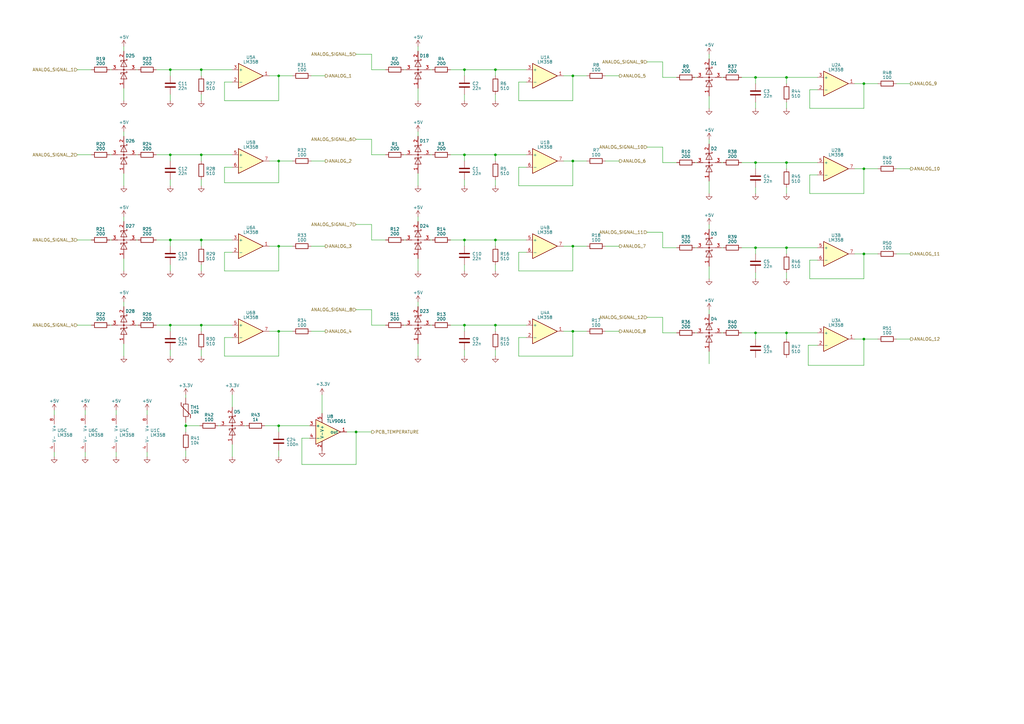
<source format=kicad_sch>
(kicad_sch (version 20230121) (generator eeschema)
  (paper "A3")
  (title_block (title "VEHICLE MEASURING UNIT (VMU)") (rev "2.0") (company "KTH FORMULA STUDENT") (comment 1 "DeV17/DeV18") (comment 2 "FILIP SVEBECK") (comment 3 "FSVEBECK@KTH.SE"))
  (junction (at 146.05 177.165))
  (junction (at 234.95 31.115))
  (junction (at 234.95 135.89))
  (junction (at 69.85 133.35))
  (junction (at 190.5 133.35))
  (junction (at 203.2 133.35))
  (junction (at 203.2 28.575))
  (junction (at 309.88 136.525))
  (junction (at 114.3 100.965))
  (junction (at 114.3 135.89))
  (junction (at 203.2 63.5))
  (junction (at 309.88 31.75))
  (junction (at 82.55 63.5))
  (junction (at 190.5 63.5))
  (junction (at 114.3 174.625))
  (junction (at 82.55 28.575))
  (junction (at 354.33 69.215))
  (junction (at 190.5 28.575))
  (junction (at 234.95 66.04))
  (junction (at 322.58 136.525))
  (junction (at 69.85 28.575))
  (junction (at 354.33 34.29))
  (junction (at 82.55 133.35))
  (junction (at 82.55 98.425))
  (junction (at 309.88 66.675))
  (junction (at 114.3 66.04))
  (junction (at 234.95 100.965))
  (junction (at 203.2 98.425))
  (junction (at 354.33 104.14))
  (junction (at 322.58 101.6))
  (junction (at 69.85 98.425))
  (junction (at 309.88 101.6))
  (junction (at 322.58 66.675))
  (junction (at 76.2 174.625))
  (junction (at 190.5 98.425))
  (junction (at 69.85 63.5))
  (junction (at 322.58 31.75))
  (junction (at 114.3 31.115))
  (junction (at 354.33 139.065))
  (wire (pts (xy 152.4 133.35) (xy 152.4 127)))
  (wire (pts (xy 171.45 36.195) (xy 171.45 41.275)))
  (wire (pts (xy 332.105 71.755) (xy 332.105 79.375)))
  (wire (pts (xy 114.3 174.625) (xy 108.585 174.625)))
  (wire (pts (xy 158.115 133.35) (xy 152.4 133.35)))
  (wire (pts (xy 215.9 138.43) (xy 212.725 138.43)))
  (wire (pts (xy 290.83 59.055) (xy 290.83 57.15)))
  (wire (pts (xy 290.83 24.13) (xy 290.83 22.225)))
  (wire (pts (xy 177.165 133.35) (xy 176.53 133.35)))
  (wire (pts (xy 69.85 63.5) (xy 82.55 63.5)))
  (wire (pts (xy 290.83 74.295) (xy 290.83 79.375)))
  (wire (pts (xy 171.45 140.97) (xy 171.45 146.05)))
  (wire (pts (xy 240.665 100.965) (xy 234.95 100.965)))
  (wire (pts (xy 309.88 66.675) (xy 309.88 69.215)))
  (wire (pts (xy 335.28 141.605) (xy 331.47 141.605)))
  (wire (pts (xy 212.725 111.125) (xy 234.95 111.125)))
  (wire (pts (xy 152.4 22.225) (xy 146.05 22.225)))
  (wire (pts (xy 203.2 133.35) (xy 203.2 135.89)))
  (wire (pts (xy 45.72 98.425) (xy 45.085 98.425)))
  (wire (pts (xy 55.88 28.575) (xy 56.515 28.575)))
  (wire (pts (xy 82.55 28.575) (xy 82.55 31.115)))
  (wire (pts (xy 146.05 177.165) (xy 146.05 190.5)))
  (wire (pts (xy 322.58 76.835) (xy 322.58 79.375)))
  (wire (pts (xy 203.2 133.35) (xy 190.5 133.35)))
  (wire (pts (xy 234.95 66.04) (xy 231.14 66.04)))
  (wire (pts (xy 76.2 173.355) (xy 76.2 174.625)))
  (wire (pts (xy 50.8 36.195) (xy 50.8 41.275)))
  (wire (pts (xy 290.83 144.145) (xy 290.83 149.225)))
  (wire (pts (xy 69.85 28.575) (xy 64.135 28.575)))
  (wire (pts (xy 171.45 106.045) (xy 171.45 111.125)))
  (wire (pts (xy 322.58 111.76) (xy 322.58 114.3)))
  (wire (pts (xy 290.83 127) (xy 290.83 128.905)))
  (wire (pts (xy 69.85 98.425) (xy 64.135 98.425)))
  (wire (pts (xy 295.91 66.675) (xy 296.545 66.675)))
  (wire (pts (xy 203.2 38.735) (xy 203.2 41.275)))
  (wire (pts (xy 92.075 41.275) (xy 114.3 41.275)))
  (wire (pts (xy 360.045 104.14) (xy 354.33 104.14)))
  (wire (pts (xy 176.53 63.5) (xy 177.165 63.5)))
  (wire (pts (xy 166.37 98.425) (xy 165.735 98.425)))
  (wire (pts (xy 165.735 63.5) (xy 166.37 63.5)))
  (wire (pts (xy 285.75 101.6) (xy 285.115 101.6)))
  (wire (pts (xy 50.8 125.73) (xy 50.8 123.825)))
  (wire (pts (xy 34.925 170.18) (xy 34.925 168.275)))
  (wire (pts (xy 322.58 41.91) (xy 322.58 44.45)))
  (wire (pts (xy 309.88 136.525) (xy 309.88 139.065)))
  (wire (pts (xy 76.2 174.625) (xy 76.2 177.165)))
  (wire (pts (xy 295.91 31.75) (xy 296.545 31.75)))
  (wire (pts (xy 95.25 68.58) (xy 92.075 68.58)))
  (wire (pts (xy 248.285 135.89) (xy 254 135.89)))
  (wire (pts (xy 114.3 135.89) (xy 110.49 135.89)))
  (wire (pts (xy 133.35 31.115) (xy 127.635 31.115)))
  (wire (pts (xy 309.88 111.76) (xy 309.88 114.3)))
  (wire (pts (xy 332.105 79.375) (xy 354.33 79.375)))
  (wire (pts (xy 127.635 100.965) (xy 133.35 100.965)))
  (wire (pts (xy 166.37 133.35) (xy 165.735 133.35)))
  (wire (pts (xy 120.015 31.115) (xy 114.3 31.115)))
  (wire (pts (xy 152.4 127) (xy 146.05 127)))
  (wire (pts (xy 215.9 98.425) (xy 203.2 98.425)))
  (wire (pts (xy 127 174.625) (xy 114.3 174.625)))
  (wire (pts (xy 50.8 111.125) (xy 50.8 106.045)))
  (wire (pts (xy 127 179.705) (xy 123.825 179.705)))
  (wire (pts (xy 240.665 66.04) (xy 234.95 66.04)))
  (wire (pts (xy 69.85 31.115) (xy 69.85 28.575)))
  (wire (pts (xy 34.925 185.42) (xy 34.925 187.325)))
  (wire (pts (xy 234.95 41.275) (xy 234.95 31.115)))
  (wire (pts (xy 271.78 95.25) (xy 271.78 101.6)))
  (wire (pts (xy 285.115 66.675) (xy 285.75 66.675)))
  (wire (pts (xy 231.14 135.89) (xy 234.95 135.89)))
  (wire (pts (xy 367.665 34.29) (xy 373.38 34.29)))
  (wire (pts (xy 69.85 108.585) (xy 69.85 111.125)))
  (wire (pts (xy 95.25 187.325) (xy 95.25 182.245)))
  (wire (pts (xy 171.45 90.805) (xy 171.45 88.9)))
  (wire (pts (xy 350.52 139.065) (xy 354.33 139.065)))
  (wire (pts (xy 92.075 146.05) (xy 114.3 146.05)))
  (wire (pts (xy 309.88 41.91) (xy 309.88 44.45)))
  (wire (pts (xy 190.5 28.575) (xy 190.5 31.115)))
  (wire (pts (xy 69.85 98.425) (xy 82.55 98.425)))
  (wire (pts (xy 92.075 138.43) (xy 92.075 146.05)))
  (wire (pts (xy 332.105 44.45) (xy 354.33 44.45)))
  (wire (pts (xy 212.725 138.43) (xy 212.725 146.05)))
  (wire (pts (xy 92.075 111.125) (xy 114.3 111.125)))
  (wire (pts (xy 82.55 108.585) (xy 82.55 111.125)))
  (wire (pts (xy 322.58 136.525) (xy 309.88 136.525)))
  (wire (pts (xy 203.2 100.965) (xy 203.2 98.425)))
  (wire (pts (xy 123.825 190.5) (xy 146.05 190.5)))
  (wire (pts (xy 360.045 69.215) (xy 354.33 69.215)))
  (wire (pts (xy 309.88 76.835) (xy 309.88 79.375)))
  (wire (pts (xy 248.285 31.115) (xy 254 31.115)))
  (wire (pts (xy 212.725 33.655) (xy 212.725 41.275)))
  (wire (pts (xy 56.515 98.425) (xy 55.88 98.425)))
  (wire (pts (xy 114.3 187.325) (xy 114.3 184.785)))
  (wire (pts (xy 290.83 39.37) (xy 290.83 44.45)))
  (wire (pts (xy 152.4 63.5) (xy 158.115 63.5)))
  (wire (pts (xy 296.545 136.525) (xy 295.91 136.525)))
  (wire (pts (xy 82.55 135.89) (xy 82.55 133.35)))
  (wire (pts (xy 69.85 28.575) (xy 82.55 28.575)))
  (wire (pts (xy 354.33 44.45) (xy 354.33 34.29)))
  (wire (pts (xy 82.55 98.425) (xy 82.55 100.965)))
  (wire (pts (xy 322.58 104.14) (xy 322.58 101.6)))
  (wire (pts (xy 114.3 177.165) (xy 114.3 174.625)))
  (wire (pts (xy 212.725 41.275) (xy 234.95 41.275)))
  (wire (pts (xy 56.515 63.5) (xy 55.88 63.5)))
  (wire (pts (xy 176.53 98.425) (xy 177.165 98.425)))
  (wire (pts (xy 22.225 187.325) (xy 22.225 185.42)))
  (wire (pts (xy 190.5 73.66) (xy 190.5 76.2)))
  (wire (pts (xy 146.05 92.075) (xy 152.4 92.075)))
  (wire (pts (xy 184.785 63.5) (xy 190.5 63.5)))
  (wire (pts (xy 335.28 36.83) (xy 332.105 36.83)))
  (wire (pts (xy 215.9 133.35) (xy 203.2 133.35)))
  (wire (pts (xy 190.5 28.575) (xy 203.2 28.575)))
  (wire (pts (xy 234.95 135.89) (xy 240.665 135.89)))
  (wire (pts (xy 69.85 146.05) (xy 69.85 143.51)))
  (wire (pts (xy 171.45 55.88) (xy 171.45 53.975)))
  (wire (pts (xy 271.78 31.75) (xy 271.78 25.4)))
  (wire (pts (xy 271.78 25.4) (xy 265.43 25.4)))
  (wire (pts (xy 335.28 106.68) (xy 332.105 106.68)))
  (wire (pts (xy 190.5 133.35) (xy 184.785 133.35)))
  (wire (pts (xy 60.325 187.325) (xy 60.325 185.42)))
  (wire (pts (xy 37.465 133.35) (xy 31.75 133.35)))
  (wire (pts (xy 335.28 101.6) (xy 322.58 101.6)))
  (wire (pts (xy 95.25 98.425) (xy 82.55 98.425)))
  (wire (pts (xy 152.4 28.575) (xy 158.115 28.575)))
  (wire (pts (xy 254 66.04) (xy 248.285 66.04)))
  (wire (pts (xy 76.2 174.625) (xy 81.915 174.625)))
  (wire (pts (xy 234.95 111.125) (xy 234.95 100.965)))
  (wire (pts (xy 240.665 31.115) (xy 234.95 31.115)))
  (wire (pts (xy 152.4 57.15) (xy 152.4 63.5)))
  (wire (pts (xy 212.725 103.505) (xy 212.725 111.125)))
  (wire (pts (xy 335.28 31.75) (xy 322.58 31.75)))
  (wire (pts (xy 152.4 92.075) (xy 152.4 98.425)))
  (wire (pts (xy 47.625 187.325) (xy 47.625 185.42)))
  (wire (pts (xy 215.9 63.5) (xy 203.2 63.5)))
  (wire (pts (xy 271.78 130.175) (xy 265.43 130.175)))
  (wire (pts (xy 82.55 146.05) (xy 82.55 143.51)))
  (wire (pts (xy 132.08 161.925) (xy 132.08 169.545)))
  (wire (pts (xy 146.05 57.15) (xy 152.4 57.15)))
  (wire (pts (xy 22.225 170.18) (xy 22.225 168.275)))
  (wire (pts (xy 215.9 33.655) (xy 212.725 33.655)))
  (wire (pts (xy 45.085 133.35) (xy 45.72 133.35)))
  (wire (pts (xy 100.965 174.625) (xy 100.33 174.625)))
  (wire (pts (xy 50.8 76.2) (xy 50.8 71.12)))
  (wire (pts (xy 322.58 101.6) (xy 309.88 101.6)))
  (wire (pts (xy 92.075 68.58) (xy 92.075 74.93)))
  (wire (pts (xy 335.28 136.525) (xy 322.58 136.525)))
  (wire (pts (xy 133.35 66.04) (xy 127.635 66.04)))
  (wire (pts (xy 354.33 79.375) (xy 354.33 69.215)))
  (wire (pts (xy 171.45 123.825) (xy 171.45 125.73)))
  (wire (pts (xy 114.3 100.965) (xy 120.015 100.965)))
  (wire (pts (xy 114.3 146.05) (xy 114.3 135.89)))
  (wire (pts (xy 271.78 31.75) (xy 277.495 31.75)))
  (wire (pts (xy 360.045 34.29) (xy 354.33 34.29)))
  (wire (pts (xy 110.49 66.04) (xy 114.3 66.04)))
  (wire (pts (xy 331.47 149.86) (xy 354.33 149.86)))
  (wire (pts (xy 95.25 63.5) (xy 82.55 63.5)))
  (wire (pts (xy 31.75 63.5) (xy 37.465 63.5)))
  (wire (pts (xy 271.78 60.325) (xy 271.78 66.675)))
  (wire (pts (xy 95.25 138.43) (xy 92.075 138.43)))
  (wire (pts (xy 290.83 109.22) (xy 290.83 114.3)))
  (wire (pts (xy 171.45 71.12) (xy 171.45 76.2)))
  (wire (pts (xy 82.55 133.35) (xy 69.85 133.35)))
  (wire (pts (xy 55.88 133.35) (xy 56.515 133.35)))
  (wire (pts (xy 215.9 103.505) (xy 212.725 103.505)))
  (wire (pts (xy 50.8 55.88) (xy 50.8 53.975)))
  (wire (pts (xy 95.25 33.655) (xy 92.075 33.655)))
  (wire (pts (xy 190.5 38.735) (xy 190.5 41.275)))
  (wire (pts (xy 354.33 104.14) (xy 350.52 104.14)))
  (wire (pts (xy 304.165 31.75) (xy 309.88 31.75)))
  (wire (pts (xy 304.165 66.675) (xy 309.88 66.675)))
  (wire (pts (xy 123.825 179.705) (xy 123.825 190.5)))
  (wire (pts (xy 190.5 63.5) (xy 190.5 66.04)))
  (wire (pts (xy 234.95 100.965) (xy 231.14 100.965)))
  (wire (pts (xy 190.5 108.585) (xy 190.5 111.125)))
  (wire (pts (xy 331.47 141.605) (xy 331.47 149.86)))
  (wire (pts (xy 69.85 63.5) (xy 64.135 63.5)))
  (wire (pts (xy 234.95 76.2) (xy 234.95 66.04)))
  (wire (pts (xy 203.2 146.05) (xy 203.2 143.51)))
  (wire (pts (xy 114.3 41.275) (xy 114.3 31.115)))
  (wire (pts (xy 165.735 28.575) (xy 166.37 28.575)))
  (wire (pts (xy 354.33 34.29) (xy 350.52 34.29)))
  (wire (pts (xy 322.58 31.75) (xy 322.58 34.29)))
  (wire (pts (xy 215.9 68.58) (xy 212.725 68.58)))
  (wire (pts (xy 234.95 146.05) (xy 234.95 135.89)))
  (wire (pts (xy 277.495 136.525) (xy 271.78 136.525)))
  (wire (pts (xy 50.8 146.05) (xy 50.8 140.97)))
  (wire (pts (xy 367.665 139.065) (xy 373.38 139.065)))
  (wire (pts (xy 335.28 71.755) (xy 332.105 71.755)))
  (wire (pts (xy 90.17 174.625) (xy 89.535 174.625)))
  (wire (pts (xy 295.91 101.6) (xy 296.545 101.6)))
  (wire (pts (xy 190.5 133.35) (xy 190.5 135.89)))
  (wire (pts (xy 114.3 66.04) (xy 120.015 66.04)))
  (wire (pts (xy 114.3 111.125) (xy 114.3 100.965)))
  (wire (pts (xy 47.625 170.18) (xy 47.625 168.275)))
  (wire (pts (xy 114.3 31.115) (xy 110.49 31.115)))
  (wire (pts (xy 133.35 135.89) (xy 127.635 135.89)))
  (wire (pts (xy 95.25 103.505) (xy 92.075 103.505)))
  (wire (pts (xy 45.72 28.575) (xy 45.085 28.575)))
  (wire (pts (xy 203.2 66.04) (xy 203.2 63.5)))
  (wire (pts (xy 234.95 31.115) (xy 231.14 31.115)))
  (wire (pts (xy 142.24 177.165) (xy 146.05 177.165)))
  (wire (pts (xy 309.88 31.75) (xy 322.58 31.75)))
  (wire (pts (xy 285.115 31.75) (xy 285.75 31.75)))
  (wire (pts (xy 265.43 60.325) (xy 271.78 60.325)))
  (wire (pts (xy 203.2 98.425) (xy 190.5 98.425)))
  (wire (pts (xy 152.4 28.575) (xy 152.4 22.225)))
  (wire (pts (xy 203.2 73.66) (xy 203.2 76.2)))
  (wire (pts (xy 60.325 170.18) (xy 60.325 168.275)))
  (wire (pts (xy 82.55 63.5) (xy 82.55 66.04)))
  (wire (pts (xy 309.88 101.6) (xy 309.88 104.14)))
  (wire (pts (xy 82.55 41.275) (xy 82.55 38.735)))
  (wire (pts (xy 95.25 161.925) (xy 95.25 167.005)))
  (wire (pts (xy 285.75 136.525) (xy 285.115 136.525)))
  (wire (pts (xy 69.85 100.965) (xy 69.85 98.425)))
  (wire (pts (xy 50.8 90.805) (xy 50.8 88.9)))
  (wire (pts (xy 332.105 106.68) (xy 332.105 114.3)))
  (wire (pts (xy 171.45 20.955) (xy 171.45 19.05)))
  (wire (pts (xy 69.85 66.04) (xy 69.85 63.5)))
  (wire (pts (xy 31.75 98.425) (xy 37.465 98.425)))
  (wire (pts (xy 271.78 136.525) (xy 271.78 130.175)))
  (wire (pts (xy 373.38 104.14) (xy 367.665 104.14)))
  (wire (pts (xy 203.2 108.585) (xy 203.2 111.125)))
  (wire (pts (xy 69.85 135.89) (xy 69.85 133.35)))
  (wire (pts (xy 265.43 95.25) (xy 271.78 95.25)))
  (wire (pts (xy 212.725 68.58) (xy 212.725 76.2)))
  (wire (pts (xy 332.105 36.83) (xy 332.105 44.45)))
  (wire (pts (xy 50.8 20.955) (xy 50.8 19.05)))
  (wire (pts (xy 184.785 28.575) (xy 190.5 28.575)))
  (wire (pts (xy 176.53 28.575) (xy 177.165 28.575)))
  (wire (pts (xy 152.4 177.165) (xy 146.05 177.165)))
  (wire (pts (xy 190.5 146.05) (xy 190.5 143.51)))
  (wire (pts (xy 203.2 28.575) (xy 203.2 31.115)))
  (wire (pts (xy 322.58 69.215) (xy 322.58 66.675)))
  (wire (pts (xy 309.88 31.75) (xy 309.88 34.29)))
  (wire (pts (xy 190.5 98.425) (xy 190.5 100.965)))
  (wire (pts (xy 271.78 66.675) (xy 277.495 66.675)))
  (wire (pts (xy 373.38 69.215) (xy 367.665 69.215)))
  (wire (pts (xy 304.165 101.6) (xy 309.88 101.6)))
  (wire (pts (xy 92.075 103.505) (xy 92.075 111.125)))
  (wire (pts (xy 335.28 66.675) (xy 322.58 66.675)))
  (wire (pts (xy 277.495 101.6) (xy 271.78 101.6)))
  (wire (pts (xy 82.55 133.35) (xy 95.25 133.35)))
  (wire (pts (xy 92.075 74.93) (xy 114.3 74.93)))
  (wire (pts (xy 158.115 98.425) (xy 152.4 98.425)))
  (wire (pts (xy 322.58 136.525) (xy 322.58 139.065)))
  (wire (pts (xy 184.785 98.425) (xy 190.5 98.425)))
  (wire (pts (xy 354.33 69.215) (xy 350.52 69.215)))
  (wire (pts (xy 76.2 163.195) (xy 76.2 161.925)))
  (wire (pts (xy 332.105 114.3) (xy 354.33 114.3)))
  (wire (pts (xy 76.2 184.785) (xy 76.2 187.325)))
  (wire (pts (xy 354.33 139.065) (xy 354.33 149.86)))
  (wire (pts (xy 95.25 28.575) (xy 82.55 28.575)))
  (wire (pts (xy 120.015 135.89) (xy 114.3 135.89)))
  (wire (pts (xy 354.33 114.3) (xy 354.33 104.14)))
  (wire (pts (xy 37.465 28.575) (xy 31.75 28.575)))
  (wire (pts (xy 212.725 76.2) (xy 234.95 76.2)))
  (wire (pts (xy 69.85 133.35) (xy 64.135 133.35)))
  (wire (pts (xy 290.83 93.98) (xy 290.83 92.075)))
  (wire (pts (xy 69.85 38.735) (xy 69.85 41.275)))
  (wire (pts (xy 114.3 100.965) (xy 110.49 100.965)))
  (wire (pts (xy 114.3 74.93) (xy 114.3 66.04)))
  (wire (pts (xy 212.725 146.05) (xy 234.95 146.05)))
  (wire (pts (xy 82.55 76.2) (xy 82.55 73.66)))
  (wire (pts (xy 322.58 66.675) (xy 309.88 66.675)))
  (wire (pts (xy 254 100.965) (xy 248.285 100.965)))
  (wire (pts (xy 203.2 63.5) (xy 190.5 63.5)))
  (wire (pts (xy 92.075 33.655) (xy 92.075 41.275)))
  (wire (pts (xy 215.9 28.575) (xy 203.2 28.575)))
  (wire (pts (xy 354.33 139.065) (xy 360.045 139.065)))
  (wire (pts (xy 69.85 76.2) (xy 69.85 73.66)))
  (wire (pts (xy 309.88 136.525) (xy 304.165 136.525)))
  (wire (pts (xy 45.085 63.5) (xy 45.72 63.5)))
  (hierarchical_label "ANALOG_SIGNAL_8" (shape input) (at 146.05 127 180))
  (hierarchical_label "ANALOG_3" (shape output) (at 133.35 100.965 0))
  (hierarchical_label "ANALOG_12" (shape output) (at 373.38 139.065 0))
  (hierarchical_label "ANALOG_SIGNAL_3" (shape input) (at 31.75 98.425 180))
  (hierarchical_label "ANALOG_9" (shape output) (at 373.38 34.29 0))
  (hierarchical_label "ANALOG_SIGNAL_7" (shape input) (at 146.05 92.075 180))
  (hierarchical_label "ANALOG_2" (shape output) (at 133.35 66.04 0))
  (hierarchical_label "ANALOG_7" (shape output) (at 254 100.965 0))
  (hierarchical_label "ANALOG_6" (shape output) (at 254 66.04 0))
  (hierarchical_label "ANALOG_11" (shape output) (at 373.38 104.14 0))
  (hierarchical_label "ANALOG_10" (shape output) (at 373.38 69.215 0))
  (hierarchical_label "PCB_TEMPERATURE" (shape output) (at 152.4 177.165 0))
  (hierarchical_label "ANALOG_SIGNAL_10" (shape input) (at 265.43 60.325 180))
  (hierarchical_label "ANALOG_SIGNAL_5" (shape input) (at 146.05 22.225 180))
  (hierarchical_label "ANALOG_SIGNAL_11" (shape input) (at 265.43 95.25 180))
  (hierarchical_label "ANALOG_8" (shape output) (at 254 135.89 0))
  (hierarchical_label "ANALOG_SIGNAL_1" (shape input) (at 31.75 28.575 180))
  (hierarchical_label "ANALOG_SIGNAL_6" (shape input) (at 146.05 57.15 180))
  (hierarchical_label "ANALOG_5" (shape output) (at 254 31.115 0))
  (hierarchical_label "ANALOG_1" (shape output) (at 133.35 31.115 0))
  (hierarchical_label "ANALOG_SIGNAL_2" (shape input) (at 31.75 63.5 180))
  (hierarchical_label "ANALOG_4" (shape output) (at 133.35 135.89 0))
  (hierarchical_label "ANALOG_SIGNAL_4" (shape input) (at 31.75 133.35 180))
  (hierarchical_label "ANALOG_SIGNAL_9" (shape input) (at 265.43 25.4 180))
  (hierarchical_label "ANALOG_SIGNAL_12" (shape input) (at 265.43 130.175 180))
  (symbol (lib_id "Device:R") (at 41.275 28.575 270) (unit 1)
    (property "Reference" "R19" (at 41.275 24.13 90))
    (property "Value" "200" (at 41.275 26.035 90))
    (property "Footprint" "Resistor_SMD:R_0603_1608Metric" (effects hide))
  )
  (symbol (lib_id "power:GND") (at 50.8 41.275 0) (unit 1)
    (property "Reference" "#PWR060" (effects hide))
    (property "Value" "GND" (effects hide))
  )
  (symbol (lib_id "power:+5V") (at 50.8 19.05 0) (unit 1)
    (property "Reference" "#PWR059" (effects hide))
    (property "Value" "+5V" (at 50.8 15.24 0))
  )
  (symbol (lib_id "Device:R") (at 60.325 28.575 270) (unit 1)
    (property "Reference" "R23" (at 60.325 24.13 90))
    (property "Value" "200" (at 60.325 26.035 90))
    (property "Footprint" "Resistor_SMD:R_0603_1608Metric" (effects hide))
  )
  (symbol (lib_id "Device:C") (at 69.85 34.925 0) (unit 1)
    (property "Reference" "C11" (at 73.025 34.29 0) (effects (justify left)))
    (property "Value" "22n" (at 73.025 36.195 0) (effects (justify left)))
    (property "Footprint" "Capacitor_SMD:C_0603_1608Metric" (effects hide))
  )
  (symbol (lib_id "Device:R") (at 82.55 34.925 0) (unit 1)
    (property "Reference" "R27" (at 84.455 34.29 0) (effects (justify left)))
    (property "Value" "510" (at 84.455 36.195 0) (effects (justify left)))
    (property "Footprint" "Resistor_SMD:R_0603_1608Metric" (effects hide))
  )
  (symbol (lib_id "Amplifier_Operational:LM358") (at 102.87 31.115 0) (unit 1)
    (property "Reference" "U5" (at 102.87 23.495 0))
    (property "Value" "LM358" (at 102.87 25.4 0))
    (property "Footprint" "Package_SO:SOIC-8_3.9x4.9mm_P1.27mm" (effects hide))
    (property "Datasheet" "http://www.ti.com/lit/ds/symlink/lm2904-n.pdf" (effects hide))
  )
  (symbol (lib_id "Amplifier_Operational:LM358") (at 102.87 66.04 0) (unit 2)
    (property "Reference" "U5" (at 102.87 58.42 0))
    (property "Value" "LM358" (at 102.87 60.325 0))
    (property "Footprint" "Package_SO:SOIC-8_3.9x4.9mm_P1.27mm" (effects hide))
    (property "Datasheet" "http://www.ti.com/lit/ds/symlink/lm2904-n.pdf" (effects hide))
  )
  (symbol (lib_id "Device:R") (at 41.275 63.5 270) (unit 1)
    (property "Reference" "R20" (at 41.275 59.055 90))
    (property "Value" "200" (at 41.275 60.96 90))
    (property "Footprint" "Resistor_SMD:R_0603_1608Metric" (effects hide))
  )
  (symbol (lib_id "power:GND") (at 69.85 76.2 0) (unit 1)
    (property "Reference" "#PWR062" (effects hide))
    (property "Value" "GND" (effects hide))
  )
  (symbol (lib_id "power:+5V") (at 50.8 53.975 0) (unit 1)
    (property "Reference" "#PWR061" (effects hide))
    (property "Value" "+5V" (at 50.8 50.165 0))
  )
  (symbol (lib_id "Device:R") (at 60.325 63.5 270) (unit 1)
    (property "Reference" "R24" (at 60.325 59.055 90))
    (property "Value" "200" (at 60.325 60.96 90))
    (property "Footprint" "Resistor_SMD:R_0603_1608Metric" (effects hide))
  )
  (symbol (lib_id "Device:C") (at 69.85 69.85 0) (unit 1)
    (property "Reference" "C12" (at 73.025 69.215 0) (effects (justify left)))
    (property "Value" "22n" (at 73.025 71.12 0) (effects (justify left)))
    (property "Footprint" "Capacitor_SMD:C_0603_1608Metric" (effects hide))
  )
  (symbol (lib_id "Device:R") (at 82.55 69.85 0) (unit 1)
    (property "Reference" "R28" (at 84.455 69.215 0) (effects (justify left)))
    (property "Value" "510" (at 84.455 71.12 0) (effects (justify left)))
    (property "Footprint" "Resistor_SMD:R_0603_1608Metric" (effects hide))
  )
  (symbol (lib_id "Device:R") (at 123.825 31.115 270) (unit 1)
    (property "Reference" "R31" (at 123.825 26.67 90))
    (property "Value" "100" (at 123.825 28.575 90))
    (property "Footprint" "Resistor_SMD:R_0603_1608Metric" (effects hide))
  )
  (symbol (lib_id "Device:R") (at 123.825 66.04 270) (unit 1)
    (property "Reference" "R32" (at 123.825 61.595 90))
    (property "Value" "100" (at 123.825 63.5 90))
    (property "Footprint" "Resistor_SMD:R_0603_1608Metric" (effects hide))
  )
  (symbol (lib_id "Device:R") (at 41.275 98.425 270) (unit 1)
    (property "Reference" "R21" (at 41.275 93.98 90))
    (property "Value" "200" (at 41.275 95.885 90))
    (property "Footprint" "Resistor_SMD:R_0603_1608Metric" (effects hide))
  )
  (symbol (lib_id "power:GND") (at 50.8 111.125 0) (unit 1)
    (property "Reference" "#PWR064" (effects hide))
    (property "Value" "GND" (effects hide))
  )
  (symbol (lib_id "power:+5V") (at 50.8 88.9 0) (unit 1)
    (property "Reference" "#PWR063" (effects hide))
    (property "Value" "+5V" (at 50.8 85.09 0))
  )
  (symbol (lib_id "Device:R") (at 60.325 98.425 270) (unit 1)
    (property "Reference" "R25" (at 60.325 93.98 90))
    (property "Value" "200" (at 60.325 95.885 90))
    (property "Footprint" "Resistor_SMD:R_0603_1608Metric" (effects hide))
  )
  (symbol (lib_id "Device:C") (at 69.85 104.775 0) (unit 1)
    (property "Reference" "C13" (at 73.025 104.14 0) (effects (justify left)))
    (property "Value" "22n" (at 73.025 106.045 0) (effects (justify left)))
    (property "Footprint" "Capacitor_SMD:C_0603_1608Metric" (effects hide))
  )
  (symbol (lib_id "Device:R") (at 82.55 104.775 0) (unit 1)
    (property "Reference" "R29" (at 84.455 104.14 0) (effects (justify left)))
    (property "Value" "510" (at 84.455 106.045 0) (effects (justify left)))
    (property "Footprint" "Resistor_SMD:R_0603_1608Metric" (effects hide))
  )
  (symbol (lib_id "Amplifier_Operational:LM358") (at 102.87 100.965 0) (unit 1)
    (property "Reference" "U6" (at 102.87 93.345 0))
    (property "Value" "LM358" (at 102.87 95.25 0))
    (property "Footprint" "Package_SO:SOIC-8_3.9x4.9mm_P1.27mm" (effects hide))
    (property "Datasheet" "http://www.ti.com/lit/ds/symlink/lm2904-n.pdf" (effects hide))
  )
  (symbol (lib_id "Amplifier_Operational:LM358") (at 102.87 135.89 0) (unit 2)
    (property "Reference" "U6" (at 102.87 128.27 0))
    (property "Value" "LM358" (at 102.87 130.175 0))
    (property "Footprint" "Package_SO:SOIC-8_3.9x4.9mm_P1.27mm" (effects hide))
    (property "Datasheet" "http://www.ti.com/lit/ds/symlink/lm2904-n.pdf" (effects hide))
  )
  (symbol (lib_id "Amplifier_Operational:LM358") (at 24.765 177.8 0) (unit 3)
    (property "Reference" "U5" (at 23.495 176.53 0) (effects (justify left)))
    (property "Value" "LM358" (at 23.495 178.435 0) (effects (justify left)))
    (property "Footprint" "Package_SO:SOIC-8_3.9x4.9mm_P1.27mm" (effects hide))
    (property "Datasheet" "http://www.ti.com/lit/ds/symlink/lm2904-n.pdf" (effects hide))
  )
  (symbol (lib_id "Device:R") (at 41.275 133.35 270) (unit 1)
    (property "Reference" "R22" (at 41.275 128.905 90))
    (property "Value" "200" (at 41.275 130.81 90))
    (property "Footprint" "Resistor_SMD:R_0603_1608Metric" (effects hide))
  )
  (symbol (lib_id "power:GND") (at 50.8 146.05 0) (unit 1)
    (property "Reference" "#PWR066" (effects hide))
    (property "Value" "GND" (effects hide))
  )
  (symbol (lib_id "power:+5V") (at 50.8 123.825 0) (unit 1)
    (property "Reference" "#PWR065" (effects hide))
    (property "Value" "+5V" (at 50.8 120.015 0))
  )
  (symbol (lib_id "Device:R") (at 60.325 133.35 270) (unit 1)
    (property "Reference" "R26" (at 60.325 128.905 90))
    (property "Value" "200" (at 60.325 130.81 90))
    (property "Footprint" "Resistor_SMD:R_0603_1608Metric" (effects hide))
  )
  (symbol (lib_id "Device:C") (at 69.85 139.7 0) (unit 1)
    (property "Reference" "C14" (at 73.025 139.065 0) (effects (justify left)))
    (property "Value" "22n" (at 73.025 140.97 0) (effects (justify left)))
    (property "Footprint" "Capacitor_SMD:C_0603_1608Metric" (effects hide))
  )
  (symbol (lib_id "Device:R") (at 82.55 139.7 0) (unit 1)
    (property "Reference" "R30" (at 84.455 139.065 0) (effects (justify left)))
    (property "Value" "510" (at 84.455 140.97 0) (effects (justify left)))
    (property "Footprint" "Resistor_SMD:R_0603_1608Metric" (effects hide))
  )
  (symbol (lib_id "Device:R") (at 123.825 100.965 270) (unit 1)
    (property "Reference" "R33" (at 123.825 96.52 90))
    (property "Value" "100" (at 123.825 98.425 90))
    (property "Footprint" "Resistor_SMD:R_0603_1608Metric" (effects hide))
  )
  (symbol (lib_id "Device:R") (at 123.825 135.89 270) (unit 1)
    (property "Reference" "R34" (at 123.825 131.445 90))
    (property "Value" "100" (at 123.825 133.35 90))
    (property "Footprint" "Resistor_SMD:R_0603_1608Metric" (effects hide))
  )
  (symbol (lib_id "Amplifier_Operational:LM358") (at 37.465 177.8 0) (unit 3)
    (property "Reference" "U6" (at 36.195 176.53 0) (effects (justify left)))
    (property "Value" "LM358" (at 36.195 178.435 0) (effects (justify left)))
    (property "Footprint" "Package_SO:SOIC-8_3.9x4.9mm_P1.27mm" (effects hide))
    (property "Datasheet" "http://www.ti.com/lit/ds/symlink/lm2904-n.pdf" (effects hide))
  )
  (symbol (lib_id "power:+5V") (at 22.225 168.275 0) (unit 1)
    (property "Reference" "#PWR071" (effects hide))
    (property "Value" "+5V" (at 22.225 164.465 0))
  )
  (symbol (lib_id "power:+5V") (at 34.925 168.275 0) (unit 1)
    (property "Reference" "#PWR073" (effects hide))
    (property "Value" "+5V" (at 34.925 164.465 0))
  )
  (symbol (lib_id "power:GND") (at 22.225 187.325 0) (unit 1)
    (property "Reference" "#PWR072" (effects hide))
    (property "Value" "GND" (effects hide))
  )
  (symbol (lib_id "power:GND") (at 34.925 187.325 0) (unit 1)
    (property "Reference" "#PWR074" (effects hide))
    (property "Value" "GND" (effects hide))
  )
  (symbol (lib_id "KTHFS:D_Schottky_x2_Serial_AKC") (at 50.8 28.575 0) (unit 1)
    (property "Reference" "D25" (at 51.435 22.86 0) (effects (justify left)))
    (property "Value" "D_Schottky_x2_Serial_AKC" (effects hide))
    (property "Footprint" "Package_TO_SOT_SMD:SOT-23" (effects hide))
  )
  (symbol (lib_id "KTHFS:D_Schottky_x2_Serial_AKC") (at 50.8 63.5 0) (unit 1)
    (property "Reference" "D26" (at 51.435 57.785 0) (effects (justify left)))
    (property "Value" "D_Schottky_x2_Serial_AKC" (effects hide))
    (property "Footprint" "Package_TO_SOT_SMD:SOT-23" (effects hide))
  )
  (symbol (lib_id "KTHFS:D_Schottky_x2_Serial_AKC") (at 50.8 98.425 0) (unit 1)
    (property "Reference" "D27" (at 51.435 92.71 0) (effects (justify left)))
    (property "Value" "D_Schottky_x2_Serial_AKC" (effects hide))
    (property "Footprint" "Package_TO_SOT_SMD:SOT-23" (effects hide))
  )
  (symbol (lib_id "KTHFS:D_Schottky_x2_Serial_AKC") (at 50.8 133.35 0) (unit 1)
    (property "Reference" "D28" (at 51.435 127.635 0) (effects (justify left)))
    (property "Value" "D_Schottky_x2_Serial_AKC" (effects hide))
    (property "Footprint" "Package_TO_SOT_SMD:SOT-23" (effects hide))
  )
  (symbol (lib_id "power:GND") (at 69.85 41.275 0) (unit 1)
    (property "Reference" "#PWR0141" (effects hide))
    (property "Value" "GND" (effects hide))
  )
  (symbol (lib_id "power:GND") (at 82.55 41.275 0) (unit 1)
    (property "Reference" "#PWR0140" (effects hide))
    (property "Value" "GND" (effects hide))
  )
  (symbol (lib_id "power:GND") (at 50.8 76.2 0) (unit 1)
    (property "Reference" "#PWR0109" (effects hide))
    (property "Value" "GND" (effects hide))
  )
  (symbol (lib_id "power:GND") (at 82.55 76.2 0) (unit 1)
    (property "Reference" "#PWR0110" (effects hide))
    (property "Value" "GND" (effects hide))
  )
  (symbol (lib_id "power:GND") (at 69.85 111.125 0) (unit 1)
    (property "Reference" "#PWR0138" (effects hide))
    (property "Value" "GND" (effects hide))
  )
  (symbol (lib_id "power:GND") (at 82.55 111.125 0) (unit 1)
    (property "Reference" "#PWR0137" (effects hide))
    (property "Value" "GND" (effects hide))
  )
  (symbol (lib_id "power:GND") (at 69.85 146.05 0) (unit 1)
    (property "Reference" "#PWR0111" (effects hide))
    (property "Value" "GND" (effects hide))
  )
  (symbol (lib_id "power:GND") (at 82.55 146.05 0) (unit 1)
    (property "Reference" "#PWR0112" (effects hide))
    (property "Value" "GND" (effects hide))
  )
  (symbol (lib_id "Amplifier_Operational:LM358") (at 223.52 66.04 0) (unit 2)
    (property "Reference" "U1" (at 223.52 58.42 0))
    (property "Value" "LM358" (at 223.52 60.325 0))
    (property "Footprint" "Package_SO:SOIC-8_3.9x4.9mm_P1.27mm" (effects hide))
    (property "Datasheet" "http://www.ti.com/lit/ds/symlink/lm2904-n.pdf" (effects hide))
  )
  (symbol (lib_id "KTHFS:D_Schottky_x2_Serial_AKC") (at 171.45 63.5 0) (unit 1)
    (property "Reference" "D17" (at 172.085 57.785 0) (effects (justify left)))
    (property "Value" "D_Schottky_x2_Serial_AKC" (effects hide))
    (property "Footprint" "Package_TO_SOT_SMD:SOT-23" (effects hide))
  )
  (symbol (lib_id "KTHFS:D_Schottky_x2_Serial_AKC") (at 171.45 28.575 0) (unit 1)
    (property "Reference" "D18" (at 172.085 22.86 0) (effects (justify left)))
    (property "Value" "D_Schottky_x2_Serial_AKC" (effects hide))
    (property "Footprint" "Package_TO_SOT_SMD:SOT-23" (effects hide))
  )
  (symbol (lib_id "Device:C") (at 190.5 69.85 0) (unit 1)
    (property "Reference" "C1" (at 193.675 69.215 0) (effects (justify left)))
    (property "Value" "22n" (at 193.675 71.12 0) (effects (justify left)))
    (property "Footprint" "Capacitor_SMD:C_0603_1608Metric" (effects hide))
  )
  (symbol (lib_id "power:+5V") (at 47.625 168.275 0) (unit 1)
    (property "Reference" "#PWR0116" (effects hide))
    (property "Value" "+5V" (at 47.625 164.465 0))
  )
  (symbol (lib_id "Device:R") (at 244.475 66.04 270) (unit 1)
    (property "Reference" "R7" (at 244.475 61.595 90))
    (property "Value" "100" (at 244.475 63.5 90))
    (property "Footprint" "Resistor_SMD:R_0603_1608Metric" (effects hide))
  )
  (symbol (lib_id "Amplifier_Operational:LM358") (at 223.52 31.115 0) (unit 1)
    (property "Reference" "U1" (at 223.52 23.495 0))
    (property "Value" "LM358" (at 223.52 25.4 0))
    (property "Footprint" "Package_SO:SOIC-8_3.9x4.9mm_P1.27mm" (effects hide))
    (property "Datasheet" "http://www.ti.com/lit/ds/symlink/lm2904-n.pdf" (effects hide))
  )
  (symbol (lib_id "Device:R") (at 203.2 69.85 0) (unit 1)
    (property "Reference" "R5" (at 205.105 69.215 0) (effects (justify left)))
    (property "Value" "510" (at 205.105 71.12 0) (effects (justify left)))
    (property "Footprint" "Resistor_SMD:R_0603_1608Metric" (effects hide))
  )
  (symbol (lib_id "Device:R") (at 180.975 63.5 270) (unit 1)
    (property "Reference" "R3" (at 180.975 59.055 90))
    (property "Value" "200" (at 180.975 60.96 90))
    (property "Footprint" "Resistor_SMD:R_0603_1608Metric" (effects hide))
  )
  (symbol (lib_id "Device:R") (at 161.925 63.5 270) (unit 1)
    (property "Reference" "R1" (at 161.925 59.055 90))
    (property "Value" "200" (at 161.925 60.96 90))
    (property "Footprint" "Resistor_SMD:R_0603_1608Metric" (effects hide))
  )
  (symbol (lib_id "Amplifier_Operational:LM358") (at 50.165 177.8 0) (unit 3)
    (property "Reference" "U4" (at 48.895 176.53 0) (effects (justify left)))
    (property "Value" "LM358" (at 48.895 178.435 0) (effects (justify left)))
    (property "Footprint" "Package_SO:SOIC-8_3.9x4.9mm_P1.27mm" (effects hide))
    (property "Datasheet" "http://www.ti.com/lit/ds/symlink/lm2904-n.pdf" (effects hide))
  )
  (symbol (lib_id "Device:C") (at 190.5 34.925 0) (unit 1)
    (property "Reference" "C2" (at 193.675 34.29 0) (effects (justify left)))
    (property "Value" "22n" (at 193.675 36.195 0) (effects (justify left)))
    (property "Footprint" "Capacitor_SMD:C_0603_1608Metric" (effects hide))
  )
  (symbol (lib_id "Device:R") (at 244.475 31.115 270) (unit 1)
    (property "Reference" "R8" (at 244.475 26.67 90))
    (property "Value" "100" (at 244.475 28.575 90))
    (property "Footprint" "Resistor_SMD:R_0603_1608Metric" (effects hide))
  )
  (symbol (lib_id "Device:R") (at 203.2 34.925 0) (unit 1)
    (property "Reference" "R6" (at 205.105 34.29 0) (effects (justify left)))
    (property "Value" "510" (at 205.105 36.195 0) (effects (justify left)))
    (property "Footprint" "Resistor_SMD:R_0603_1608Metric" (effects hide))
  )
  (symbol (lib_id "Device:R") (at 180.975 28.575 270) (unit 1)
    (property "Reference" "R4" (at 180.975 24.13 90))
    (property "Value" "200" (at 180.975 26.035 90))
    (property "Footprint" "Resistor_SMD:R_0603_1608Metric" (effects hide))
  )
  (symbol (lib_id "Device:R") (at 161.925 28.575 270) (unit 1)
    (property "Reference" "R2" (at 161.925 24.13 90))
    (property "Value" "200" (at 161.925 26.035 90))
    (property "Footprint" "Resistor_SMD:R_0603_1608Metric" (effects hide))
  )
  (symbol (lib_id "power:GND") (at 171.45 76.2 0) (unit 1)
    (property "Reference" "#PWR0113" (effects hide))
    (property "Value" "GND" (effects hide))
  )
  (symbol (lib_id "power:GND") (at 190.5 76.2 0) (unit 1)
    (property "Reference" "#PWR0114" (effects hide))
    (property "Value" "GND" (effects hide))
  )
  (symbol (lib_id "power:GND") (at 203.2 76.2 0) (unit 1)
    (property "Reference" "#PWR0115" (effects hide))
    (property "Value" "GND" (effects hide))
  )
  (symbol (lib_id "power:+5V") (at 171.45 53.975 0) (unit 1)
    (property "Reference" "#PWR0142" (effects hide))
    (property "Value" "+5V" (at 171.45 50.165 0))
  )
  (symbol (lib_id "power:GND") (at 47.625 187.325 0) (unit 1)
    (property "Reference" "#PWR0117" (effects hide))
    (property "Value" "GND" (effects hide))
  )
  (symbol (lib_id "power:GND") (at 190.5 41.275 0) (unit 1)
    (property "Reference" "#PWR0118" (effects hide))
    (property "Value" "GND" (effects hide))
  )
  (symbol (lib_id "power:GND") (at 203.2 41.275 0) (unit 1)
    (property "Reference" "#PWR0119" (effects hide))
    (property "Value" "GND" (effects hide))
  )
  (symbol (lib_id "power:GND") (at 171.45 41.275 0) (unit 1)
    (property "Reference" "#PWR0120" (effects hide))
    (property "Value" "GND" (effects hide))
  )
  (symbol (lib_id "power:+5V") (at 171.45 19.05 0) (unit 1)
    (property "Reference" "#PWR0121" (effects hide))
    (property "Value" "+5V" (at 171.45 15.24 0))
  )
  (symbol (lib_id "Device:R") (at 180.975 98.425 270) (unit 1)
    (property "Reference" "R14" (at 180.975 93.98 90))
    (property "Value" "200" (at 180.975 95.885 90))
    (property "Footprint" "Resistor_SMD:R_0603_1608Metric" (effects hide))
  )
  (symbol (lib_id "Device:R") (at 203.2 104.775 0) (unit 1)
    (property "Reference" "R16" (at 205.105 104.14 0) (effects (justify left)))
    (property "Value" "510" (at 205.105 106.045 0) (effects (justify left)))
    (property "Footprint" "Resistor_SMD:R_0603_1608Metric" (effects hide))
  )
  (symbol (lib_id "Device:R") (at 244.475 100.965 270) (unit 1)
    (property "Reference" "R18" (at 244.475 96.52 90))
    (property "Value" "100" (at 244.475 98.425 90))
    (property "Footprint" "Resistor_SMD:R_0603_1608Metric" (effects hide))
  )
  (symbol (lib_id "Device:C") (at 190.5 104.775 0) (unit 1)
    (property "Reference" "C10" (at 193.675 104.14 0) (effects (justify left)))
    (property "Value" "22n" (at 193.675 106.045 0) (effects (justify left)))
    (property "Footprint" "Capacitor_SMD:C_0603_1608Metric" (effects hide))
  )
  (symbol (lib_id "Amplifier_Operational:LM358") (at 62.865 177.8 0) (unit 3)
    (property "Reference" "U1" (at 61.595 176.53 0) (effects (justify left)))
    (property "Value" "LM358" (at 61.595 178.435 0) (effects (justify left)))
    (property "Footprint" "Package_SO:SOIC-8_3.9x4.9mm_P1.27mm" (effects hide))
    (property "Datasheet" "http://www.ti.com/lit/ds/symlink/lm2904-n.pdf" (effects hide))
  )
  (symbol (lib_id "power:+5V") (at 60.325 168.275 0) (unit 1)
    (property "Reference" "#PWR0122" (effects hide))
    (property "Value" "+5V" (at 60.325 164.465 0))
  )
  (symbol (lib_id "power:GND") (at 60.325 187.325 0) (unit 1)
    (property "Reference" "#PWR0123" (effects hide))
    (property "Value" "GND" (effects hide))
  )
  (symbol (lib_id "Amplifier_Operational:LM358") (at 223.52 100.965 0) (unit 2)
    (property "Reference" "U4" (at 223.52 93.345 0))
    (property "Value" "LM358" (at 223.52 95.25 0))
    (property "Footprint" "Package_SO:SOIC-8_3.9x4.9mm_P1.27mm" (effects hide))
    (property "Datasheet" "http://www.ti.com/lit/ds/symlink/lm2904-n.pdf" (effects hide))
  )
  (symbol (lib_id "Device:R") (at 161.925 98.425 270) (unit 1)
    (property "Reference" "R12" (at 161.925 93.98 90))
    (property "Value" "200" (at 161.925 95.885 90))
    (property "Footprint" "Resistor_SMD:R_0603_1608Metric" (effects hide))
  )
  (symbol (lib_id "KTHFS:D_Schottky_x2_Serial_AKC") (at 171.45 98.425 0) (unit 1)
    (property "Reference" "D24" (at 172.085 92.71 0) (effects (justify left)))
    (property "Value" "D_Schottky_x2_Serial_AKC" (effects hide))
    (property "Footprint" "Package_TO_SOT_SMD:SOT-23" (effects hide))
  )
  (symbol (lib_id "KTHFS:D_Schottky_x2_Serial_AKC") (at 171.45 133.35 0) (unit 1)
    (property "Reference" "D23" (at 172.085 127.635 0) (effects (justify left)))
    (property "Value" "D_Schottky_x2_Serial_AKC" (effects hide))
    (property "Footprint" "Package_TO_SOT_SMD:SOT-23" (effects hide))
  )
  (symbol (lib_id "Device:C") (at 190.5 139.7 0) (unit 1)
    (property "Reference" "C9" (at 193.675 139.065 0) (effects (justify left)))
    (property "Value" "22n" (at 193.675 140.97 0) (effects (justify left)))
    (property "Footprint" "Capacitor_SMD:C_0603_1608Metric" (effects hide))
  )
  (symbol (lib_id "Device:R") (at 244.475 135.89 270) (unit 1)
    (property "Reference" "R17" (at 244.475 131.445 90))
    (property "Value" "100" (at 244.475 133.35 90))
    (property "Footprint" "Resistor_SMD:R_0603_1608Metric" (effects hide))
  )
  (symbol (lib_id "Amplifier_Operational:LM358") (at 223.52 135.89 0) (unit 1)
    (property "Reference" "U4" (at 223.52 128.27 0))
    (property "Value" "LM358" (at 223.52 130.175 0))
    (property "Footprint" "Package_SO:SOIC-8_3.9x4.9mm_P1.27mm" (effects hide))
    (property "Datasheet" "http://www.ti.com/lit/ds/symlink/lm2904-n.pdf" (effects hide))
  )
  (symbol (lib_id "Device:R") (at 203.2 139.7 0) (unit 1)
    (property "Reference" "R15" (at 205.105 139.065 0) (effects (justify left)))
    (property "Value" "510" (at 205.105 140.97 0) (effects (justify left)))
    (property "Footprint" "Resistor_SMD:R_0603_1608Metric" (effects hide))
  )
  (symbol (lib_id "Device:R") (at 180.975 133.35 270) (unit 1)
    (property "Reference" "R13" (at 180.975 128.905 90))
    (property "Value" "200" (at 180.975 130.81 90))
    (property "Footprint" "Resistor_SMD:R_0603_1608Metric" (effects hide))
  )
  (symbol (lib_id "power:+5V") (at 171.45 123.825 0) (unit 1)
    (property "Reference" "#PWR0143" (effects hide))
    (property "Value" "+5V" (at 171.45 120.015 0))
  )
  (symbol (lib_id "Device:R") (at 161.925 133.35 270) (unit 1)
    (property "Reference" "R11" (at 161.925 128.905 90))
    (property "Value" "200" (at 161.925 130.81 90))
    (property "Footprint" "Resistor_SMD:R_0603_1608Metric" (effects hide))
  )
  (symbol (lib_id "Device:Thermistor") (at 76.2 168.275 0) (unit 1)
    (property "Reference" "TH1" (at 78.105 167.005 0) (effects (justify left)))
    (property "Value" "10k" (at 78.105 168.91 0) (effects (justify left)))
    (property "Footprint" "Resistor_SMD:R_0805_2012Metric" (effects hide))
  )
  (symbol (lib_id "power:+3.3V") (at 76.2 161.925 0) (unit 1)
    (property "Reference" "#PWR?" (effects hide))
    (property "Value" "+3.3V" (at 76.2 158.115 0))
  )
  (symbol (lib_id "Device:R") (at 76.2 180.975 180) (unit 1)
    (property "Reference" "R41" (at 78.105 179.705 0) (effects (justify right)))
    (property "Value" "10k" (at 78.105 181.61 0) (effects (justify right)))
    (property "Footprint" "Resistor_SMD:R_0603_1608Metric" (effects hide))
  )
  (symbol (lib_id "KTHFS:TLV9061") (at 142.24 168.275 0) (unit 1)
    (property "Reference" "U8" (at 133.985 170.815 0) (effects (justify left)))
    (property "Value" "TLV9061" (at 133.985 172.72 0) (effects (justify left)))
    (property "Footprint" "Package_TO_SOT_SMD:TSOT-23-5" (effects hide))
    (property "Datasheet" "https://www.ti.com/lit/ds/symlink/tlv9064.pdf?HQS=TI-null-null-digikeymode-df-pf-null-wwe&ts=1605439879519" (effects hide))
  )
  (symbol (lib_id "power:GND") (at 132.08 184.785 0) (unit 1)
    (property "Reference" "#PWR0125" (effects hide))
    (property "Value" "GND" (effects hide))
  )
  (symbol (lib_id "power:+3.3V") (at 132.08 161.925 0) (unit 1)
    (property "Reference" "#PWR?" (effects hide))
    (property "Value" "+3.3V" (at 132.461 157.5308 0))
  )
  (symbol (lib_id "Device:C") (at 114.3 180.975 0) (unit 1)
    (property "Reference" "C24" (at 117.475 180.34 0) (effects (justify left)))
    (property "Value" "100n" (at 117.475 182.245 0) (effects (justify left)))
    (property "Footprint" "Capacitor_SMD:C_0603_1608Metric" (effects hide))
  )
  (symbol (lib_id "Device:R") (at 104.775 174.625 270) (unit 1)
    (property "Reference" "R43" (at 104.775 170.18 90))
    (property "Value" "1k" (at 104.775 172.085 90))
    (property "Footprint" "Resistor_SMD:R_0603_1608Metric" (effects hide))
  )
  (symbol (lib_id "KTHFS:D_Schottky_x2_Serial_AKC") (at 95.25 174.625 0) (unit 1)
    (property "Reference" "D5" (at 95.885 168.91 0) (effects (justify left)))
    (property "Value" "D_Schottky_x2_Serial_AKC" (effects hide))
    (property "Footprint" "Package_TO_SOT_SMD:SOT-23" (effects hide))
  )
  (symbol (lib_id "Device:R") (at 85.725 174.625 270) (unit 1)
    (property "Reference" "R42" (at 85.725 170.18 90))
    (property "Value" "100" (at 85.725 172.085 90))
    (property "Footprint" "Resistor_SMD:R_0603_1608Metric" (effects hide))
  )
  (symbol (lib_id "power:GND") (at 95.25 187.325 0) (unit 1)
    (property "Reference" "#PWR0127" (effects hide))
    (property "Value" "GND" (effects hide))
  )
  (symbol (lib_id "power:GND") (at 76.2 187.325 0) (unit 1)
    (property "Reference" "#PWR0128" (effects hide))
    (property "Value" "GND" (effects hide))
  )
  (symbol (lib_id "power:+3.3V") (at 95.25 161.925 0) (unit 1)
    (property "Reference" "#PWR?" (effects hide))
    (property "Value" "+3.3V" (at 95.25 158.115 0))
  )
  (symbol (lib_id "power:+5V") (at 171.45 88.9 0) (unit 1)
    (property "Reference" "#PWR0130" (effects hide))
    (property "Value" "+5V" (at 171.45 85.09 0))
  )
  (symbol (lib_id "power:GND") (at 171.45 111.125 0) (unit 1)
    (property "Reference" "#PWR0131" (effects hide))
    (property "Value" "GND" (effects hide))
  )
  (symbol (lib_id "power:GND") (at 190.5 111.125 0) (unit 1)
    (property "Reference" "#PWR0132" (effects hide))
    (property "Value" "GND" (effects hide))
  )
  (symbol (lib_id "power:GND") (at 203.2 111.125 0) (unit 1)
    (property "Reference" "#PWR0133" (effects hide))
    (property "Value" "GND" (effects hide))
  )
  (symbol (lib_id "power:GND") (at 171.45 146.05 0) (unit 1)
    (property "Reference" "#PWR0134" (effects hide))
    (property "Value" "GND" (effects hide))
  )
  (symbol (lib_id "power:GND") (at 190.5 146.05 0) (unit 1)
    (property "Reference" "#PWR0135" (effects hide))
    (property "Value" "GND" (effects hide))
  )
  (symbol (lib_id "power:GND") (at 203.2 146.05 0) (unit 1)
    (property "Reference" "#PWR0136" (effects hide))
    (property "Value" "GND" (effects hide))
  )
  (symbol (lib_id "power:GND") (at 114.3 187.325 0) (unit 1)
    (property "Reference" "#PWR0139" (effects hide))
    (property "Value" "GND" (effects hide))
  )
  (symbol (lib_id "KTHFS:D_Schottky_x2_Serial_AKC") (at 290.83 31.75 0) (unit 1)
    (property "Reference" "D1" (at 291.465 26.035 0) (effects (justify left)))
    (property "Value" "D_Schottky_x2_Serial_AKC" (effects hide))
    (property "Footprint" "Package_TO_SOT_SMD:SOT-23" (effects hide))
  )
  (symbol (lib_id "power:GND") (at 322.58 114.3 0) (unit 1)
    (property "Reference" "#PWR013" (effects hide))
    (property "Value" "GND" (effects hide))
  )
  (symbol (lib_id "Device:R") (at 300.355 101.6 270) (unit 1)
    (property "Reference" "R39" (at 300.355 97.155 90))
    (property "Value" "200" (at 300.355 99.06 90))
    (property "Footprint" "Resistor_SMD:R_0603_1608Metric" (effects hide))
  )
  (symbol (lib_id "Device:R") (at 363.855 69.215 270) (unit 1)
    (property "Reference" "R49" (at 363.855 64.77 90))
    (property "Value" "100" (at 363.855 66.675 90))
    (property "Footprint" "Resistor_SMD:R_0603_1608Metric" (effects hide))
  )
  (symbol (lib_id "Device:R") (at 300.355 66.675 270) (unit 1)
    (property "Reference" "R38" (at 300.355 62.23 90))
    (property "Value" "200" (at 300.355 64.135 90))
    (property "Footprint" "Resistor_SMD:R_0603_1608Metric" (effects hide))
  )
  (symbol (lib_id "power:GND") (at 309.88 79.375 0) (unit 1)
    (property "Reference" "#PWR09" (effects hide))
    (property "Value" "GND" (effects hide))
  )
  (symbol (lib_id "power:GND") (at 322.58 44.45 0) (unit 1)
    (property "Reference" "#PWR011" (effects hide))
    (property "Value" "GND" (effects hide))
  )
  (symbol (lib_id "power:+5V") (at 290.83 57.15 0) (unit 1)
    (property "Reference" "#PWR03" (effects hide))
    (property "Value" "+5V" (at 290.83 53.34 0))
  )
  (symbol (lib_id "Amplifier_Operational:LM358") (at 342.9 69.215 0) (unit 2)
    (property "Reference" "U2" (at 342.9 61.595 0))
    (property "Value" "LM358" (at 342.9 63.5 0))
    (property "Footprint" "Package_SO:SOIC-8_3.9x4.9mm_P1.27mm" (effects hide))
    (property "Datasheet" "http://www.ti.com/lit/ds/symlink/lm2904-n.pdf" (effects hide))
  )
  (symbol (lib_id "Device:R") (at 281.305 31.75 270) (unit 1)
    (property "Reference" "R9" (at 281.305 27.305 90))
    (property "Value" "200" (at 281.305 29.21 90))
    (property "Footprint" "Resistor_SMD:R_0603_1608Metric" (effects hide))
  )
  (symbol (lib_id "Amplifier_Operational:LM358") (at 342.9 34.29 0) (unit 1)
    (property "Reference" "U2" (at 342.9 26.67 0))
    (property "Value" "LM358" (at 342.9 28.575 0))
    (property "Footprint" "Package_SO:SOIC-8_3.9x4.9mm_P1.27mm" (effects hide))
    (property "Datasheet" "http://www.ti.com/lit/ds/symlink/lm2904-n.pdf" (effects hide))
  )
  (symbol (lib_id "KTHFS:D_Schottky_x2_Serial_AKC") (at 290.83 101.6 0) (unit 1)
    (property "Reference" "D3" (at 291.465 95.885 0) (effects (justify left)))
    (property "Value" "D_Schottky_x2_Serial_AKC" (effects hide))
    (property "Footprint" "Package_TO_SOT_SMD:SOT-23" (effects hide))
  )
  (symbol (lib_id "Device:R") (at 363.855 139.065 270) (unit 1)
    (property "Reference" "R51" (at 363.855 134.62 90))
    (property "Value" "100" (at 363.855 136.525 90))
    (property "Footprint" "Resistor_SMD:R_0603_1608Metric" (effects hide))
  )
  (symbol (lib_id "Device:R") (at 300.355 31.75 270) (unit 1)
    (property "Reference" "R37" (at 300.355 27.305 90))
    (property "Value" "200" (at 300.355 29.21 90))
    (property "Footprint" "Resistor_SMD:R_0603_1608Metric" (effects hide))
  )
  (symbol (lib_id "Device:R") (at 281.305 136.525 270) (unit 1)
    (property "Reference" "R36" (at 281.305 132.08 90))
    (property "Value" "200" (at 281.305 133.985 90))
    (property "Footprint" "Resistor_SMD:R_0603_1608Metric" (effects hide))
  )
  (symbol (lib_id "Device:R") (at 300.355 136.525 270) (unit 1)
    (property "Reference" "R40" (at 300.355 132.08 90))
    (property "Value" "200" (at 300.355 133.985 90))
    (property "Footprint" "Resistor_SMD:R_0603_1608Metric" (effects hide))
  )
  (symbol (lib_id "Device:R") (at 322.58 142.875 0) (unit 1)
    (property "Reference" "R47" (at 324.485 142.24 0) (effects (justify left)))
    (property "Value" "510" (at 324.485 144.145 0) (effects (justify left)))
    (property "Footprint" "Resistor_SMD:R_0603_1608Metric" (effects hide))
  )
  (symbol (lib_id "Device:R") (at 322.58 107.95 0) (unit 1)
    (property "Reference" "R46" (at 324.485 107.315 0) (effects (justify left)))
    (property "Value" "510" (at 324.485 109.22 0) (effects (justify left)))
    (property "Footprint" "Resistor_SMD:R_0603_1608Metric" (effects hide))
  )
  (symbol (lib_id "power:+5V") (at 290.83 127 0) (unit 1)
    (property "Reference" "#PWR07" (effects hide))
    (property "Value" "+5V" (at 290.83 123.19 0))
  )
  (symbol (lib_id "Amplifier_Operational:LM358") (at 342.9 139.065 0) (unit 1)
    (property "Reference" "U3" (at 342.9 131.445 0))
    (property "Value" "LM358" (at 342.9 133.35 0))
    (property "Footprint" "Package_SO:SOIC-8_3.9x4.9mm_P1.27mm" (effects hide))
    (property "Datasheet" "http://www.ti.com/lit/ds/symlink/lm2904-n.pdf" (effects hide))
  )
  (symbol (lib_id "Device:C") (at 309.88 142.875 0) (unit 1)
    (property "Reference" "C6" (at 313.055 142.24 0) (effects (justify left)))
    (property "Value" "22n" (at 313.055 144.145 0) (effects (justify left)))
    (property "Footprint" "Capacitor_SMD:C_0603_1608Metric" (effects hide))
  )
  (symbol (lib_id "KTHFS:D_Schottky_x2_Serial_AKC") (at 290.83 66.675 0) (unit 1)
    (property "Reference" "D2" (at 291.465 60.96 0) (effects (justify left)))
    (property "Value" "D_Schottky_x2_Serial_AKC" (effects hide))
    (property "Footprint" "Package_TO_SOT_SMD:SOT-23" (effects hide))
  )
  (symbol (lib_id "Device:R") (at 322.58 73.025 0) (unit 1)
    (property "Reference" "R45" (at 324.485 72.39 0) (effects (justify left)))
    (property "Value" "510" (at 324.485 74.295 0) (effects (justify left)))
    (property "Footprint" "Resistor_SMD:R_0603_1608Metric" (effects hide))
  )
  (symbol (lib_id "Device:R") (at 363.855 104.14 270) (unit 1)
    (property "Reference" "R50" (at 363.855 99.695 90))
    (property "Value" "100" (at 363.855 101.6 90))
    (property "Footprint" "Resistor_SMD:R_0603_1608Metric" (effects hide))
  )
  (symbol (lib_id "Device:R") (at 322.58 38.1 0) (unit 1)
    (property "Reference" "R44" (at 324.485 37.465 0) (effects (justify left)))
    (property "Value" "510" (at 324.485 39.37 0) (effects (justify left)))
    (property "Footprint" "Resistor_SMD:R_0603_1608Metric" (effects hide))
  )
  (symbol (lib_id "Device:R") (at 281.305 101.6 270) (unit 1)
    (property "Reference" "R35" (at 281.305 97.155 90))
    (property "Value" "200" (at 281.305 99.06 90))
    (property "Footprint" "Resistor_SMD:R_0603_1608Metric" (effects hide))
  )
  (symbol (lib_id "power:GND") (at 309.88 44.45 0) (unit 1)
    (property "Reference" "#PWR08" (effects hide))
    (property "Value" "GND" (effects hide))
  )
  (symbol (lib_id "Device:C") (at 309.88 38.1 0) (unit 1)
    (property "Reference" "C3" (at 313.055 37.465 0) (effects (justify left)))
    (property "Value" "22n" (at 313.055 39.37 0) (effects (justify left)))
    (property "Footprint" "Capacitor_SMD:C_0603_1608Metric" (effects hide))
  )
  (symbol (lib_id "power:+5V") (at 290.83 92.075 0) (unit 1)
    (property "Reference" "#PWR05" (effects hide))
    (property "Value" "+5V" (at 290.83 88.265 0))
  )
  (symbol (lib_id "power:GND") (at 290.83 44.45 0) (unit 1)
    (property "Reference" "#PWR02" (effects hide))
    (property "Value" "GND" (effects hide))
  )
  (symbol (lib_id "Device:R") (at 281.305 66.675 270) (unit 1)
    (property "Reference" "R10" (at 281.305 62.23 90))
    (property "Value" "200" (at 281.305 64.135 90))
    (property "Footprint" "Resistor_SMD:R_0603_1608Metric" (effects hide))
  )
  (symbol (lib_id "power:+5V") (at 290.83 22.225 0) (unit 1)
    (property "Reference" "#PWR01" (effects hide))
    (property "Value" "+5V" (at 290.83 18.415 0))
  )
  (symbol (lib_id "power:GND") (at 322.58 79.375 0) (unit 1)
    (property "Reference" "#PWR012" (effects hide))
    (property "Value" "GND" (effects hide))
  )
  (symbol (lib_id "KTHFS:D_Schottky_x2_Serial_AKC") (at 290.83 136.525 0) (unit 1)
    (property "Reference" "D4" (at 291.465 130.81 0) (effects (justify left)))
    (property "Value" "D_Schottky_x2_Serial_AKC" (effects hide))
    (property "Footprint" "Package_TO_SOT_SMD:SOT-23" (effects hide))
  )
  (symbol (lib_id "Amplifier_Operational:LM358") (at 342.9 104.14 0) (unit 2)
    (property "Reference" "U3" (at 342.9 96.52 0))
    (property "Value" "LM358" (at 342.9 98.425 0))
    (property "Footprint" "Package_SO:SOIC-8_3.9x4.9mm_P1.27mm" (effects hide))
    (property "Datasheet" "http://www.ti.com/lit/ds/symlink/lm2904-n.pdf" (effects hide))
  )
  (symbol (lib_id "Device:C") (at 309.88 73.025 0) (unit 1)
    (property "Reference" "C4" (at 313.055 72.39 0) (effects (justify left)))
    (property "Value" "22n" (at 313.055 74.295 0) (effects (justify left)))
    (property "Footprint" "Capacitor_SMD:C_0603_1608Metric" (effects hide))
  )
  (symbol (lib_id "power:GND") (at 290.83 79.375 0) (unit 1)
    (property "Reference" "#PWR04" (effects hide))
    (property "Value" "GND" (effects hide))
  )
  (symbol (lib_id "Device:C") (at 309.88 107.95 0) (unit 1)
    (property "Reference" "C5" (at 313.055 107.315 0) (effects (justify left)))
    (property "Value" "22n" (at 313.055 109.22 0) (effects (justify left)))
    (property "Footprint" "Capacitor_SMD:C_0603_1608Metric" (effects hide))
  )
  (symbol (lib_id "power:GND") (at 290.83 114.3 0) (unit 1)
    (property "Reference" "#PWR06" (effects hide))
    (property "Value" "GND" (effects hide))
  )
  (symbol (lib_id "Device:R") (at 363.855 34.29 270) (unit 1)
    (property "Reference" "R48" (at 363.855 29.845 90))
    (property "Value" "100" (at 363.855 31.75 90))
    (property "Footprint" "Resistor_SMD:R_0603_1608Metric" (effects hide))
  )
  (symbol (lib_id "power:GND") (at 309.88 114.3 0) (unit 1)
    (property "Reference" "#PWR010" (effects hide))
    (property "Value" "GND" (effects hide))
  )
)
</source>
